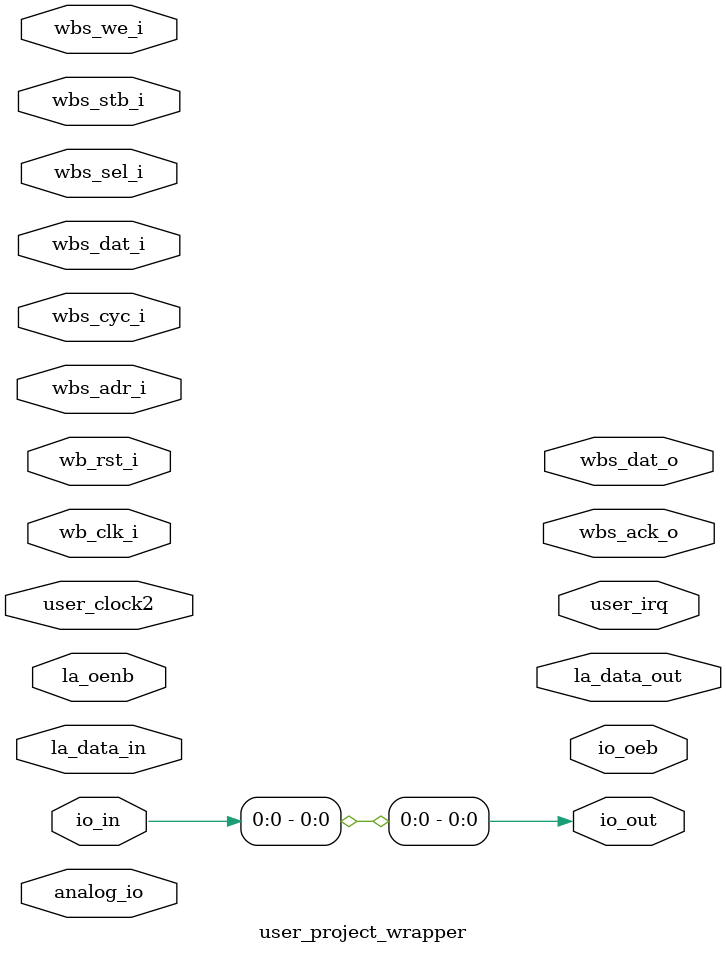
<source format=v>

`default_nettype none
`define MPRJ_IO_PADS 38

/*
 *-------------------------------------------------------------
 *
 * user_project_wrapper
 *
 * This wrapper enumerates all of the pins available to the
 * user for the user project.
 *
 * An example user project is provided in this wrapper.  The
 * example should be removed and replaced with the actual
 * user project.
 *
 * THIS FILE HAS BEEN GENERATED USING multi_tools_project CODEGEN
 * IF YOU NEED TO MAKE EDITS TO IT, EDIT codegen/caravel_iface_header.txt
 *
 *-------------------------------------------------------------
 */

module user_project_wrapper (
`ifdef USE_POWER_PINS
	inout vdda1,       // User area 1 3.3V supply
	inout vdda2,       // User area 2 3.3V supply
	inout vssa1,       // User area 1 analog ground
	inout vssa2,       // User area 2 analog ground
	inout vccd1,       // User area 1 1.8V supply
	inout vccd2,       // User area 2 1.8v supply
	inout vssd1,       // User area 1 digital ground
	inout vssd2,       // User area 2 digital ground
`endif

	// Wishbone Slave ports (WB MI A)
	input  wire        wb_clk_i,
	input  wire        wb_rst_i,
	input  wire        wbs_stb_i,
	input  wire        wbs_cyc_i,
	input  wire        wbs_we_i,
	input  wire  [3:0] wbs_sel_i,
	input  wire [31:0] wbs_dat_i,
	input  wire [31:0] wbs_adr_i,
	output reg         wbs_ack_o,
	output reg  [31:0] wbs_dat_o,

	// Logic Analyzer Signals
	input  wire [127:0] la_data_in,
	output wire [127:0] la_data_out,
	input  wire [127:0] la_oenb,

	// IOs
	input  wire [`MPRJ_IO_PADS-1:0] io_in,
	output wire [`MPRJ_IO_PADS-1:0] io_out,
	output wire [`MPRJ_IO_PADS-1:0] io_oeb,

	// Analog (direct connection to GPIO pad---use with caution)
	// Note that analog I/O is not available on the 7 lowest-numbered
	// GPIO pads, and so the analog_io indexing is offset from the
	// GPIO indexing by 7 (also upper 2 GPIOs do not have analog_io).
	inout  wire [`MPRJ_IO_PADS-10:0] analog_io,

	// Independent clock (on independent integer divider)
	input  wire user_clock2,

	// User maskable interrupt signals
	output reg [2:0] user_irq
);

  // dummy code to prevent "empty design" error
	assign io_out[0] = io_in[0];

endmodule	// user_project_wrapper
`default_nettype wire

</source>
